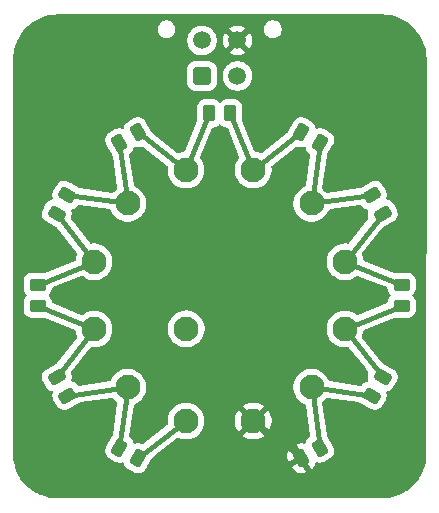
<source format=gbr>
%TF.GenerationSoftware,KiCad,Pcbnew,9.0.4*%
%TF.CreationDate,2026-01-01T20:18:17+00:00*%
%TF.ProjectId,rotary-switch,726f7461-7279-42d7-9377-697463682e6b,rev?*%
%TF.SameCoordinates,Original*%
%TF.FileFunction,Copper,L1,Top*%
%TF.FilePolarity,Positive*%
%FSLAX46Y46*%
G04 Gerber Fmt 4.6, Leading zero omitted, Abs format (unit mm)*
G04 Created by KiCad (PCBNEW 9.0.4) date 2026-01-01 20:18:17*
%MOMM*%
%LPD*%
G01*
G04 APERTURE LIST*
G04 Aperture macros list*
%AMRoundRect*
0 Rectangle with rounded corners*
0 $1 Rounding radius*
0 $2 $3 $4 $5 $6 $7 $8 $9 X,Y pos of 4 corners*
0 Add a 4 corners polygon primitive as box body*
4,1,4,$2,$3,$4,$5,$6,$7,$8,$9,$2,$3,0*
0 Add four circle primitives for the rounded corners*
1,1,$1+$1,$2,$3*
1,1,$1+$1,$4,$5*
1,1,$1+$1,$6,$7*
1,1,$1+$1,$8,$9*
0 Add four rect primitives between the rounded corners*
20,1,$1+$1,$2,$3,$4,$5,0*
20,1,$1+$1,$4,$5,$6,$7,0*
20,1,$1+$1,$6,$7,$8,$9,0*
20,1,$1+$1,$8,$9,$2,$3,0*%
G04 Aperture macros list end*
%TA.AperFunction,ComponentPad*%
%ADD10C,1.500000*%
%TD*%
%TA.AperFunction,ComponentPad*%
%ADD11RoundRect,0.250001X-0.499999X-0.499999X0.499999X-0.499999X0.499999X0.499999X-0.499999X0.499999X0*%
%TD*%
%TA.AperFunction,ComponentPad*%
%ADD12C,5.600000*%
%TD*%
%TA.AperFunction,SMDPad,CuDef*%
%ADD13RoundRect,0.250000X0.002332X0.520961X-0.452332X0.258461X-0.002332X-0.520961X0.452332X-0.258461X0*%
%TD*%
%TA.AperFunction,SMDPad,CuDef*%
%ADD14RoundRect,0.250000X-0.258461X0.452332X-0.520961X-0.002332X0.258461X-0.452332X0.520961X0.002332X0*%
%TD*%
%TA.AperFunction,SMDPad,CuDef*%
%ADD15RoundRect,0.250000X-0.450000X0.262500X-0.450000X-0.262500X0.450000X-0.262500X0.450000X0.262500X0*%
%TD*%
%TA.AperFunction,SMDPad,CuDef*%
%ADD16RoundRect,0.250000X-0.520961X0.002332X-0.258461X-0.452332X0.520961X-0.002332X0.258461X0.452332X0*%
%TD*%
%TA.AperFunction,SMDPad,CuDef*%
%ADD17RoundRect,0.250000X-0.452332X-0.258461X0.002332X-0.520961X0.452332X0.258461X-0.002332X0.520961X0*%
%TD*%
%TA.AperFunction,SMDPad,CuDef*%
%ADD18RoundRect,0.250000X-0.262500X-0.450000X0.262500X-0.450000X0.262500X0.450000X-0.262500X0.450000X0*%
%TD*%
%TA.AperFunction,SMDPad,CuDef*%
%ADD19RoundRect,0.250000X-0.002332X-0.520961X0.452332X-0.258461X0.002332X0.520961X-0.452332X0.258461X0*%
%TD*%
%TA.AperFunction,SMDPad,CuDef*%
%ADD20RoundRect,0.250000X0.258461X-0.452332X0.520961X0.002332X-0.258461X0.452332X-0.520961X-0.002332X0*%
%TD*%
%TA.AperFunction,SMDPad,CuDef*%
%ADD21RoundRect,0.250000X0.450000X-0.262500X0.450000X0.262500X-0.450000X0.262500X-0.450000X-0.262500X0*%
%TD*%
%TA.AperFunction,SMDPad,CuDef*%
%ADD22RoundRect,0.250000X0.520961X-0.002332X0.258461X0.452332X-0.520961X0.002332X-0.258461X-0.452332X0*%
%TD*%
%TA.AperFunction,SMDPad,CuDef*%
%ADD23RoundRect,0.250000X0.452332X0.258461X-0.002332X0.520961X-0.452332X-0.258461X0.002332X-0.520961X0*%
%TD*%
%TA.AperFunction,ComponentPad*%
%ADD24C,2.100000*%
%TD*%
%TA.AperFunction,Conductor*%
%ADD25C,0.400000*%
%TD*%
G04 APERTURE END LIST*
D10*
%TO.P,J1,4,Pin_4*%
%TO.N,GND*%
X112694001Y-35670002D03*
%TO.P,J1,3,Pin_3*%
%TO.N,unconnected-(J1-Pin_3-Pad3)*%
X109694007Y-35669994D03*
%TO.P,J1,2,Pin_2*%
%TO.N,/Output*%
X112694003Y-38670010D03*
D11*
%TO.P,J1,1,Pin_1*%
%TO.N,+12V*%
X109693997Y-38670000D03*
%TD*%
D12*
%TO.P,H3,1,1*%
%TO.N,GND*%
X97517220Y-70632780D03*
%TD*%
%TO.P,H4,1,1*%
%TO.N,GND*%
X124892220Y-70632780D03*
%TD*%
%TO.P,H2,1,1*%
%TO.N,GND*%
X124917220Y-37257780D03*
%TD*%
%TO.P,H1,1,1*%
%TO.N,GND*%
X97517220Y-37257780D03*
%TD*%
D13*
%TO.P,R11,1*%
%TO.N,Net-(R10-Pad2)*%
X119687246Y-70135737D03*
%TO.P,R11,2*%
%TO.N,GND*%
X118106750Y-71048239D03*
%TD*%
D14*
%TO.P,R10,1*%
%TO.N,Net-(R10-Pad1)*%
X124992235Y-64162755D03*
%TO.P,R10,2*%
%TO.N,Net-(R10-Pad2)*%
X124079737Y-65743249D03*
%TD*%
D15*
%TO.P,R9,1*%
%TO.N,Net-(R8-Pad2)*%
X126599998Y-56337506D03*
%TO.P,R9,2*%
%TO.N,Net-(R10-Pad1)*%
X126600002Y-58162494D03*
%TD*%
D16*
%TO.P,R8,1*%
%TO.N,Net-(R7-Pad2)*%
X124079735Y-48756754D03*
%TO.P,R8,2*%
%TO.N,Net-(R8-Pad2)*%
X124992241Y-50337248D03*
%TD*%
D17*
%TO.P,R7,1*%
%TO.N,Net-(R6-Pad2)*%
X118106750Y-43451765D03*
%TO.P,R7,2*%
%TO.N,Net-(R7-Pad2)*%
X119687250Y-44364261D03*
%TD*%
D18*
%TO.P,R6,1*%
%TO.N,Net-(R5-Pad2)*%
X110281505Y-41843999D03*
%TO.P,R6,2*%
%TO.N,Net-(R6-Pad2)*%
X112106507Y-41843999D03*
%TD*%
D19*
%TO.P,R5,1*%
%TO.N,Net-(R4-Pad2)*%
X102700758Y-44364258D03*
%TO.P,R5,2*%
%TO.N,Net-(R5-Pad2)*%
X104281252Y-43451758D03*
%TD*%
D20*
%TO.P,R4,1*%
%TO.N,Net-(R3-Pad2)*%
X97395765Y-50337240D03*
%TO.P,R4,2*%
%TO.N,Net-(R4-Pad2)*%
X98308263Y-48756746D03*
%TD*%
D21*
%TO.P,R3,1*%
%TO.N,Net-(R2-Pad2)*%
X95787999Y-58162494D03*
%TO.P,R3,2*%
%TO.N,Net-(R3-Pad2)*%
X95787997Y-56337494D03*
%TD*%
D22*
%TO.P,R2,1*%
%TO.N,Net-(R1-Pad2)*%
X98308261Y-65743249D03*
%TO.P,R2,2*%
%TO.N,Net-(R2-Pad2)*%
X97395759Y-64162755D03*
%TD*%
D23*
%TO.P,R1,1*%
%TO.N,Net-(D1-K)*%
X104281248Y-71048236D03*
%TO.P,R1,2*%
%TO.N,Net-(R1-Pad2)*%
X102700752Y-70135738D03*
%TD*%
D24*
%TO.P,SW1,1,1*%
%TO.N,Net-(D1-K)*%
X108347000Y-67875000D03*
%TO.P,SW1,2,2*%
%TO.N,Net-(R1-Pad2)*%
X103416000Y-65028000D03*
%TO.P,SW1,3,3*%
%TO.N,Net-(R2-Pad2)*%
X100569000Y-60097000D03*
%TO.P,SW1,4,4*%
%TO.N,Net-(R3-Pad2)*%
X100569000Y-54403000D03*
%TO.P,SW1,5,5*%
%TO.N,Net-(R4-Pad2)*%
X103416000Y-49472000D03*
%TO.P,SW1,6,6*%
%TO.N,Net-(R5-Pad2)*%
X108347000Y-46625000D03*
%TO.P,SW1,7,7*%
%TO.N,Net-(R6-Pad2)*%
X114041000Y-46625000D03*
%TO.P,SW1,8,8*%
%TO.N,Net-(R7-Pad2)*%
X118972000Y-49472000D03*
%TO.P,SW1,9,9*%
%TO.N,Net-(R8-Pad2)*%
X121819000Y-54403000D03*
%TO.P,SW1,10,10*%
%TO.N,Net-(R10-Pad1)*%
X121819000Y-60097000D03*
%TO.P,SW1,11,11*%
%TO.N,Net-(R10-Pad2)*%
X118972000Y-65028000D03*
%TO.P,SW1,12,12*%
%TO.N,GND*%
X114041000Y-67875000D03*
%TO.P,SW1,13,13*%
%TO.N,Net-(R12-Pad1)*%
X108366000Y-60078000D03*
%TD*%
D25*
%TO.N,Net-(R6-Pad2)*%
X112106507Y-41843999D02*
X114041000Y-46625000D01*
%TO.N,Net-(R5-Pad2)*%
X108347000Y-46625000D02*
X110281505Y-41843999D01*
%TO.N,+12V*%
X109693997Y-38670000D02*
X109510014Y-38670000D01*
%TO.N,/Output*%
X112701524Y-38662489D02*
X112694003Y-38670010D01*
%TO.N,GND*%
X114067124Y-67863382D02*
X118132876Y-71036618D01*
%TO.N,Net-(D1-K)*%
X104357022Y-71124010D02*
X104281248Y-71048236D01*
X103999998Y-71329486D02*
X104281248Y-71048236D01*
%TO.N,Net-(R10-Pad2)*%
X119687246Y-70135737D02*
X118972000Y-65028000D01*
X124079737Y-65743249D02*
X118972000Y-65028000D01*
%TO.N,Net-(R10-Pad1)*%
X124992235Y-64162755D02*
X121819000Y-60097000D01*
X126600002Y-58162494D02*
X121819000Y-60097000D01*
%TO.N,Net-(R8-Pad2)*%
X126599998Y-56337506D02*
X121819000Y-54403000D01*
X124992241Y-50337248D02*
X121819000Y-54403000D01*
%TO.N,Net-(R7-Pad2)*%
X124079735Y-48756754D02*
X118972000Y-49472000D01*
X119687250Y-44364261D02*
X118972000Y-49472000D01*
%TO.N,Net-(R6-Pad2)*%
X118106750Y-43451765D02*
X114041000Y-46625000D01*
%TO.N,Net-(R5-Pad2)*%
X104281252Y-43451758D02*
X108347000Y-46625000D01*
%TO.N,Net-(R4-Pad2)*%
X102700758Y-44364258D02*
X103416000Y-49472000D01*
X98308263Y-48756746D02*
X103416000Y-49472000D01*
%TO.N,Net-(R3-Pad2)*%
X97395765Y-50337240D02*
X100569000Y-54403000D01*
X95787997Y-56337494D02*
X100569000Y-54403000D01*
%TO.N,Net-(R2-Pad2)*%
X95787999Y-58162494D02*
X100569000Y-60097000D01*
X97395759Y-64162755D02*
X100569000Y-60097000D01*
%TO.N,Net-(R1-Pad2)*%
X98308261Y-65743249D02*
X103416000Y-65028000D01*
X103416000Y-65028000D02*
X102700752Y-70135738D01*
%TO.N,Net-(D1-K)*%
X108347000Y-67875000D02*
X104281248Y-71048236D01*
%TD*%
%TA.AperFunction,Conductor*%
%TO.N,GND*%
G36*
X124920250Y-33458428D02*
G01*
X125283552Y-33476278D01*
X125295660Y-33477471D01*
X125652436Y-33530395D01*
X125664372Y-33532769D01*
X126014264Y-33620413D01*
X126025877Y-33623937D01*
X126365495Y-33745455D01*
X126376723Y-33750107D01*
X126702784Y-33904324D01*
X126713513Y-33910058D01*
X126957095Y-34056056D01*
X127022874Y-34095482D01*
X127032992Y-34102242D01*
X127322703Y-34317107D01*
X127332109Y-34324827D01*
X127599359Y-34567049D01*
X127607950Y-34575640D01*
X127698937Y-34676028D01*
X127850172Y-34842890D01*
X127857892Y-34852296D01*
X128072757Y-35142007D01*
X128079517Y-35152125D01*
X128264939Y-35461483D01*
X128270675Y-35472215D01*
X128424892Y-35798276D01*
X128429547Y-35809514D01*
X128506133Y-36023555D01*
X128551057Y-36149106D01*
X128554590Y-36160751D01*
X128642230Y-36510628D01*
X128644604Y-36522563D01*
X128697528Y-36879339D01*
X128698721Y-36891449D01*
X128716569Y-37254716D01*
X128716718Y-37260859D01*
X128701193Y-70568129D01*
X128701189Y-70576218D01*
X128701161Y-70576326D01*
X128701161Y-70639114D01*
X128701161Y-70639210D01*
X128701159Y-70639215D01*
X128701012Y-70645239D01*
X128683162Y-71008548D01*
X128681969Y-71020658D01*
X128629044Y-71377432D01*
X128626670Y-71389367D01*
X128539030Y-71739241D01*
X128535497Y-71750886D01*
X128413988Y-72090475D01*
X128409331Y-72101718D01*
X128255118Y-72427768D01*
X128249382Y-72438499D01*
X128063953Y-72747864D01*
X128057192Y-72757982D01*
X127842337Y-73047677D01*
X127834617Y-73057084D01*
X127592397Y-73324329D01*
X127583800Y-73332926D01*
X127325141Y-73567359D01*
X127316544Y-73575151D01*
X127307137Y-73582870D01*
X127017440Y-73797720D01*
X127007322Y-73804481D01*
X126697950Y-73989908D01*
X126687218Y-73995644D01*
X126361170Y-74149850D01*
X126349927Y-74154507D01*
X126010327Y-74276015D01*
X125998683Y-74279547D01*
X125648817Y-74367181D01*
X125636881Y-74369555D01*
X125280108Y-74422474D01*
X125267998Y-74423667D01*
X124903483Y-74441571D01*
X124897402Y-74441720D01*
X124865824Y-74441720D01*
X124835773Y-74441720D01*
X124835769Y-74441720D01*
X124828165Y-74441721D01*
X124828164Y-74441720D01*
X124828163Y-74441721D01*
X97485833Y-74441721D01*
X97479748Y-74441572D01*
X97116448Y-74423722D01*
X97104338Y-74422529D01*
X96747563Y-74369605D01*
X96735628Y-74367231D01*
X96385750Y-74279591D01*
X96374108Y-74276059D01*
X96034515Y-74154548D01*
X96023280Y-74149895D01*
X95860245Y-74072785D01*
X95697214Y-73995677D01*
X95686482Y-73989940D01*
X95377124Y-73804518D01*
X95367006Y-73797758D01*
X95077296Y-73582893D01*
X95067890Y-73575173D01*
X95025264Y-73536539D01*
X94800638Y-73332950D01*
X94792049Y-73324361D01*
X94549826Y-73057109D01*
X94542106Y-73047703D01*
X94327241Y-72757993D01*
X94320481Y-72747875D01*
X94320474Y-72747864D01*
X94135057Y-72438514D01*
X94129322Y-72427785D01*
X94129314Y-72427768D01*
X93975099Y-72101709D01*
X93970454Y-72090495D01*
X93848936Y-71750878D01*
X93845412Y-71739265D01*
X93757767Y-71389367D01*
X93755394Y-71377436D01*
X93717461Y-71121719D01*
X93702470Y-71020658D01*
X93701277Y-71008551D01*
X93698826Y-70958657D01*
X93683430Y-70645318D01*
X93683282Y-70639114D01*
X93683422Y-70503709D01*
X93698359Y-56024977D01*
X94587497Y-56024977D01*
X94587497Y-56649995D01*
X94587498Y-56650013D01*
X94597997Y-56752790D01*
X94597998Y-56752793D01*
X94653182Y-56919325D01*
X94653184Y-56919330D01*
X94745286Y-57068651D01*
X94838949Y-57162314D01*
X94872434Y-57223637D01*
X94867450Y-57293329D01*
X94838949Y-57337676D01*
X94745288Y-57431336D01*
X94653186Y-57580657D01*
X94653185Y-57580660D01*
X94598000Y-57747197D01*
X94598000Y-57747198D01*
X94597999Y-57747198D01*
X94587499Y-57849977D01*
X94587499Y-58474995D01*
X94587500Y-58475013D01*
X94597999Y-58577790D01*
X94598000Y-58577793D01*
X94653184Y-58744325D01*
X94653185Y-58744328D01*
X94745287Y-58893650D01*
X94869343Y-59017706D01*
X95018665Y-59109808D01*
X95185202Y-59164993D01*
X95287990Y-59175494D01*
X96288007Y-59175493D01*
X96365967Y-59167529D01*
X96425076Y-59175939D01*
X98954567Y-60199431D01*
X99009328Y-60242824D01*
X99030529Y-60294979D01*
X99056678Y-60460073D01*
X99132096Y-60692186D01*
X99133486Y-60695541D01*
X99140950Y-60765011D01*
X99116674Y-60819280D01*
X97440783Y-62966536D01*
X97393796Y-63003375D01*
X97322298Y-63035458D01*
X97322273Y-63035470D01*
X96456251Y-63535469D01*
X96456246Y-63535471D01*
X96372473Y-63595963D01*
X96372467Y-63595968D01*
X96255840Y-63727021D01*
X96172575Y-63881444D01*
X96127165Y-64050912D01*
X96122063Y-64226281D01*
X96157541Y-64398097D01*
X96199835Y-64492351D01*
X96199844Y-64492370D01*
X96512343Y-65033632D01*
X96512345Y-65033637D01*
X96512349Y-65033643D01*
X96512350Y-65033644D01*
X96572838Y-65117412D01*
X96703898Y-65234045D01*
X96858322Y-65317311D01*
X96986269Y-65351593D01*
X97045929Y-65387957D01*
X97076459Y-65450804D01*
X97073951Y-65503462D01*
X97039667Y-65631406D01*
X97034565Y-65806775D01*
X97070043Y-65978591D01*
X97112337Y-66072845D01*
X97112346Y-66072864D01*
X97424845Y-66614126D01*
X97424847Y-66614131D01*
X97424851Y-66614137D01*
X97424852Y-66614138D01*
X97485340Y-66697906D01*
X97616400Y-66814539D01*
X97770824Y-66897805D01*
X97770826Y-66897805D01*
X97770827Y-66897806D01*
X97826921Y-66912836D01*
X97940288Y-66943212D01*
X98115655Y-66948314D01*
X98115655Y-66948313D01*
X98115657Y-66948314D01*
X98165872Y-66937944D01*
X98287473Y-66912837D01*
X98381741Y-66870537D01*
X99247780Y-66370528D01*
X99311339Y-66324631D01*
X99366730Y-66302362D01*
X102069165Y-65923934D01*
X102138284Y-65934132D01*
X102186677Y-65973851D01*
X102233339Y-66038076D01*
X102233343Y-66038081D01*
X102233345Y-66038083D01*
X102405917Y-66210655D01*
X102470149Y-66257322D01*
X102512813Y-66312651D01*
X102520064Y-66374835D01*
X102141637Y-69077267D01*
X102119366Y-69132663D01*
X102073468Y-69196224D01*
X102073466Y-69196228D01*
X101573467Y-70062254D01*
X101573457Y-70062274D01*
X101531164Y-70156525D01*
X101495686Y-70328341D01*
X101500788Y-70503710D01*
X101546194Y-70673171D01*
X101629463Y-70827602D01*
X101746089Y-70958654D01*
X101746093Y-70958658D01*
X101807791Y-71003210D01*
X101829861Y-71019147D01*
X102371142Y-71331655D01*
X102465410Y-71373956D01*
X102637228Y-71409433D01*
X102812596Y-71404331D01*
X102940543Y-71370047D01*
X103010390Y-71371710D01*
X103068253Y-71410872D01*
X103092410Y-71457729D01*
X103126690Y-71585669D01*
X103209959Y-71740100D01*
X103326585Y-71871152D01*
X103326589Y-71871156D01*
X103409777Y-71931226D01*
X103410357Y-71931645D01*
X103951638Y-72244153D01*
X104045906Y-72286454D01*
X104217724Y-72321931D01*
X104393092Y-72316829D01*
X104562555Y-72271421D01*
X104716979Y-72188156D01*
X104848039Y-72071523D01*
X104848040Y-72071521D01*
X104848041Y-72071521D01*
X104875522Y-72033462D01*
X104908527Y-71987756D01*
X105012953Y-71806883D01*
X105033675Y-71770993D01*
X117354899Y-71770993D01*
X117354899Y-71770994D01*
X117479882Y-71987470D01*
X117479884Y-71987475D01*
X117540336Y-72071193D01*
X117671307Y-72187746D01*
X117825633Y-72270958D01*
X117994979Y-72316334D01*
X118170232Y-72321433D01*
X118341931Y-72285979D01*
X118436130Y-72243710D01*
X118436135Y-72243708D01*
X118490242Y-72212468D01*
X118015243Y-71389744D01*
X118015242Y-71389744D01*
X117354899Y-71770993D01*
X105033675Y-71770993D01*
X105059356Y-71726513D01*
X105214613Y-71457599D01*
X105408535Y-71121716D01*
X105440628Y-71050197D01*
X105477465Y-71003211D01*
X105666605Y-70855591D01*
X116902185Y-70855591D01*
X116937639Y-71027292D01*
X116979909Y-71121492D01*
X116979915Y-71121504D01*
X117104898Y-71337981D01*
X117104899Y-71337981D01*
X117765243Y-70956732D01*
X117765243Y-70956731D01*
X117290244Y-70134008D01*
X117290244Y-70134007D01*
X117236137Y-70165247D01*
X117236133Y-70165250D01*
X117152430Y-70225692D01*
X117152426Y-70225695D01*
X117035872Y-70356666D01*
X116952660Y-70510992D01*
X116907284Y-70680338D01*
X116902185Y-70855591D01*
X105666605Y-70855591D01*
X107624719Y-69327323D01*
X107689678Y-69301595D01*
X107748471Y-69310518D01*
X107751801Y-69311897D01*
X107751815Y-69311904D01*
X107983924Y-69387321D01*
X108224973Y-69425500D01*
X108224974Y-69425500D01*
X108469026Y-69425500D01*
X108469027Y-69425500D01*
X108710076Y-69387321D01*
X108942185Y-69311904D01*
X109159639Y-69201106D01*
X109357083Y-69057655D01*
X109529655Y-68885083D01*
X109673106Y-68687639D01*
X109783904Y-68470185D01*
X109859321Y-68238076D01*
X109897500Y-67997027D01*
X109897500Y-67753006D01*
X112491000Y-67753006D01*
X112491000Y-67996993D01*
X112529165Y-68237959D01*
X112604560Y-68469998D01*
X112715323Y-68687380D01*
X112782543Y-68779901D01*
X112782544Y-68779902D01*
X113401690Y-68160756D01*
X113420668Y-68206574D01*
X113497274Y-68321224D01*
X113594776Y-68418726D01*
X113709426Y-68495332D01*
X113755242Y-68514309D01*
X113136096Y-69133454D01*
X113136097Y-69133456D01*
X113228619Y-69200676D01*
X113446001Y-69311439D01*
X113678040Y-69386834D01*
X113919007Y-69425000D01*
X114162993Y-69425000D01*
X114403959Y-69386834D01*
X114635998Y-69311439D01*
X114853377Y-69200678D01*
X114945901Y-69133454D01*
X114945902Y-69133454D01*
X114326757Y-68514309D01*
X114372574Y-68495332D01*
X114487224Y-68418726D01*
X114584726Y-68321224D01*
X114661332Y-68206574D01*
X114680309Y-68160757D01*
X115299454Y-68779902D01*
X115299454Y-68779901D01*
X115366678Y-68687377D01*
X115477439Y-68469998D01*
X115552834Y-68237959D01*
X115591000Y-67996993D01*
X115591000Y-67753006D01*
X115552834Y-67512040D01*
X115477439Y-67280001D01*
X115366676Y-67062619D01*
X115299456Y-66970097D01*
X115299454Y-66970096D01*
X114680309Y-67589241D01*
X114661332Y-67543426D01*
X114584726Y-67428776D01*
X114487224Y-67331274D01*
X114372574Y-67254668D01*
X114326756Y-67235689D01*
X114945902Y-66616544D01*
X114945901Y-66616543D01*
X114853380Y-66549323D01*
X114635998Y-66438560D01*
X114403959Y-66363165D01*
X114162993Y-66325000D01*
X113919007Y-66325000D01*
X113678040Y-66363165D01*
X113446001Y-66438560D01*
X113228626Y-66549319D01*
X113136097Y-66616544D01*
X113755243Y-67235689D01*
X113709426Y-67254668D01*
X113594776Y-67331274D01*
X113497274Y-67428776D01*
X113420668Y-67543426D01*
X113401690Y-67589243D01*
X112782544Y-66970097D01*
X112715319Y-67062626D01*
X112604560Y-67280001D01*
X112529165Y-67512040D01*
X112491000Y-67753006D01*
X109897500Y-67753006D01*
X109897500Y-67752973D01*
X109859321Y-67511924D01*
X109783904Y-67279815D01*
X109673106Y-67062361D01*
X109654779Y-67037136D01*
X109529660Y-66864923D01*
X109529656Y-66864918D01*
X109357081Y-66692343D01*
X109357076Y-66692339D01*
X109159642Y-66548896D01*
X109159641Y-66548895D01*
X109159639Y-66548894D01*
X108942185Y-66438096D01*
X108710076Y-66362679D01*
X108710074Y-66362678D01*
X108710072Y-66362678D01*
X108541769Y-66336021D01*
X108469027Y-66324500D01*
X108224973Y-66324500D01*
X108169093Y-66333350D01*
X107983927Y-66362678D01*
X107751812Y-66438097D01*
X107534357Y-66548896D01*
X107336923Y-66692339D01*
X107336918Y-66692343D01*
X107164343Y-66864918D01*
X107164339Y-66864923D01*
X107020896Y-67062357D01*
X106910097Y-67279812D01*
X106834678Y-67511927D01*
X106796500Y-67752973D01*
X106796500Y-67997033D01*
X106813188Y-68102400D01*
X106804233Y-68171693D01*
X106767008Y-68219549D01*
X104710482Y-69824627D01*
X104645522Y-69850356D01*
X104583424Y-69840007D01*
X104516594Y-69810019D01*
X104516591Y-69810018D01*
X104344772Y-69774540D01*
X104169403Y-69779642D01*
X104041457Y-69813926D01*
X103971607Y-69812263D01*
X103913745Y-69773100D01*
X103889589Y-69726243D01*
X103855309Y-69598305D01*
X103855308Y-69598301D01*
X103772042Y-69443877D01*
X103772040Y-69443873D01*
X103655414Y-69312821D01*
X103655411Y-69312819D01*
X103655410Y-69312818D01*
X103655409Y-69312817D01*
X103596019Y-69269931D01*
X103553193Y-69214726D01*
X103545811Y-69152208D01*
X103907125Y-66571996D01*
X103935916Y-66508337D01*
X103991608Y-66471264D01*
X104011185Y-66464904D01*
X104228639Y-66354106D01*
X104426083Y-66210655D01*
X104598655Y-66038083D01*
X104742106Y-65840639D01*
X104852904Y-65623185D01*
X104928321Y-65391076D01*
X104966500Y-65150027D01*
X104966500Y-64905973D01*
X104928321Y-64664924D01*
X104852904Y-64432815D01*
X104742106Y-64215361D01*
X104657731Y-64099228D01*
X104598660Y-64017923D01*
X104598656Y-64017918D01*
X104426081Y-63845343D01*
X104426076Y-63845339D01*
X104228642Y-63701896D01*
X104228641Y-63701895D01*
X104228639Y-63701894D01*
X104011185Y-63591096D01*
X103779076Y-63515679D01*
X103779074Y-63515678D01*
X103779072Y-63515678D01*
X103610769Y-63489021D01*
X103538027Y-63477500D01*
X103293973Y-63477500D01*
X103238093Y-63486350D01*
X103052927Y-63515678D01*
X102820812Y-63591097D01*
X102603357Y-63701896D01*
X102405923Y-63845339D01*
X102405918Y-63845343D01*
X102233343Y-64017918D01*
X102233339Y-64017923D01*
X102089896Y-64215357D01*
X101979096Y-64432813D01*
X101972734Y-64452394D01*
X101933295Y-64510069D01*
X101872000Y-64536875D01*
X99291791Y-64898188D01*
X99222670Y-64887990D01*
X99174065Y-64847979D01*
X99131184Y-64788595D01*
X99131181Y-64788591D01*
X99000122Y-64671959D01*
X98845694Y-64588691D01*
X98717750Y-64554410D01*
X98658089Y-64518045D01*
X98627560Y-64455199D01*
X98630069Y-64402542D01*
X98664352Y-64274599D01*
X98669454Y-64099231D01*
X98669453Y-64099230D01*
X98669454Y-64099228D01*
X98653900Y-64023904D01*
X98633977Y-63927413D01*
X98603985Y-63860576D01*
X98594499Y-63791356D01*
X98619367Y-63733520D01*
X100224451Y-61676987D01*
X100281213Y-61636252D01*
X100341594Y-61630809D01*
X100446973Y-61647500D01*
X100446975Y-61647500D01*
X100691026Y-61647500D01*
X100691027Y-61647500D01*
X100932076Y-61609321D01*
X101164185Y-61533904D01*
X101381639Y-61423106D01*
X101579083Y-61279655D01*
X101751655Y-61107083D01*
X101895106Y-60909639D01*
X102005904Y-60692185D01*
X102081321Y-60460076D01*
X102119500Y-60219027D01*
X102119500Y-59974973D01*
X102116491Y-59955973D01*
X106815500Y-59955973D01*
X106815500Y-60200027D01*
X106853679Y-60441076D01*
X106929096Y-60673185D01*
X107003535Y-60819281D01*
X107039896Y-60890642D01*
X107183339Y-61088076D01*
X107183343Y-61088081D01*
X107355918Y-61260656D01*
X107355923Y-61260660D01*
X107528136Y-61385779D01*
X107553361Y-61404106D01*
X107770815Y-61514904D01*
X108002924Y-61590321D01*
X108243973Y-61628500D01*
X108243974Y-61628500D01*
X108488026Y-61628500D01*
X108488027Y-61628500D01*
X108729076Y-61590321D01*
X108961185Y-61514904D01*
X109178639Y-61404106D01*
X109376083Y-61260655D01*
X109548655Y-61088083D01*
X109692106Y-60890639D01*
X109802904Y-60673185D01*
X109878321Y-60441076D01*
X109916500Y-60200027D01*
X109916500Y-59955973D01*
X109878321Y-59714924D01*
X109802904Y-59482815D01*
X109692106Y-59265361D01*
X109626814Y-59175494D01*
X109548660Y-59067923D01*
X109548656Y-59067918D01*
X109376081Y-58895343D01*
X109376076Y-58895339D01*
X109178642Y-58751896D01*
X109178641Y-58751895D01*
X109178639Y-58751894D01*
X108961185Y-58641096D01*
X108729076Y-58565679D01*
X108729074Y-58565678D01*
X108729072Y-58565678D01*
X108560769Y-58539021D01*
X108488027Y-58527500D01*
X108243973Y-58527500D01*
X108188093Y-58536350D01*
X108002927Y-58565678D01*
X107770812Y-58641097D01*
X107553357Y-58751896D01*
X107355923Y-58895339D01*
X107355918Y-58895343D01*
X107183343Y-59067918D01*
X107183339Y-59067923D01*
X107039896Y-59265357D01*
X106929097Y-59482812D01*
X106929096Y-59482814D01*
X106929096Y-59482815D01*
X106922923Y-59501815D01*
X106853678Y-59714927D01*
X106850669Y-59733927D01*
X106815500Y-59955973D01*
X102116491Y-59955973D01*
X102081321Y-59733924D01*
X102005904Y-59501815D01*
X101895106Y-59284361D01*
X101816009Y-59175493D01*
X101751660Y-59086923D01*
X101751656Y-59086918D01*
X101579081Y-58914343D01*
X101579076Y-58914339D01*
X101381642Y-58770896D01*
X101381641Y-58770895D01*
X101381639Y-58770894D01*
X101164185Y-58660096D01*
X100932076Y-58584679D01*
X100932074Y-58584678D01*
X100932072Y-58584678D01*
X100763769Y-58558021D01*
X100691027Y-58546500D01*
X100446973Y-58546500D01*
X100391093Y-58555350D01*
X100205927Y-58584678D01*
X99973812Y-58660097D01*
X99756357Y-58770896D01*
X99598397Y-58885660D01*
X99532591Y-58909140D01*
X99479002Y-58900289D01*
X97062291Y-57922431D01*
X97007529Y-57879038D01*
X96985443Y-57820084D01*
X96977998Y-57747197D01*
X96977997Y-57747194D01*
X96922813Y-57580660D01*
X96830711Y-57431338D01*
X96737047Y-57337674D01*
X96703562Y-57276351D01*
X96708546Y-57206659D01*
X96737047Y-57162312D01*
X96830709Y-57068650D01*
X96922811Y-56919328D01*
X96977996Y-56752791D01*
X96985442Y-56679900D01*
X97011838Y-56615210D01*
X97062288Y-56577557D01*
X99478997Y-55599706D01*
X99548524Y-55592809D01*
X99598391Y-55614336D01*
X99756356Y-55729103D01*
X99756358Y-55729104D01*
X99756361Y-55729106D01*
X99973815Y-55839904D01*
X100205924Y-55915321D01*
X100446973Y-55953500D01*
X100446974Y-55953500D01*
X100691026Y-55953500D01*
X100691027Y-55953500D01*
X100932076Y-55915321D01*
X101164185Y-55839904D01*
X101381639Y-55729106D01*
X101579083Y-55585655D01*
X101751655Y-55413083D01*
X101895106Y-55215639D01*
X102005904Y-54998185D01*
X102081321Y-54766076D01*
X102119500Y-54525027D01*
X102119500Y-54280973D01*
X102081321Y-54039924D01*
X102005904Y-53807815D01*
X101895106Y-53590361D01*
X101876779Y-53565136D01*
X101751660Y-53392923D01*
X101751656Y-53392918D01*
X101579081Y-53220343D01*
X101579076Y-53220339D01*
X101381642Y-53076896D01*
X101381641Y-53076895D01*
X101381639Y-53076894D01*
X101164185Y-52966096D01*
X100932076Y-52890679D01*
X100932074Y-52890678D01*
X100932072Y-52890678D01*
X100739850Y-52860233D01*
X100691027Y-52852500D01*
X100446973Y-52852500D01*
X100446966Y-52852500D01*
X100341600Y-52869188D01*
X100272307Y-52860233D01*
X100224451Y-52823008D01*
X98726733Y-50904033D01*
X98619371Y-50766474D01*
X98593643Y-50701515D01*
X98603991Y-50639418D01*
X98633983Y-50572582D01*
X98669458Y-50400774D01*
X98669460Y-50400766D01*
X98664358Y-50225398D01*
X98664358Y-50225396D01*
X98630074Y-50097448D01*
X98631737Y-50027603D01*
X98670899Y-49969740D01*
X98717754Y-49945584D01*
X98845700Y-49911302D01*
X99000124Y-49828036D01*
X99000125Y-49828035D01*
X99000127Y-49828034D01*
X99131179Y-49711408D01*
X99131181Y-49711406D01*
X99131181Y-49711405D01*
X99131184Y-49711403D01*
X99174068Y-49652014D01*
X99229272Y-49609189D01*
X99291790Y-49601807D01*
X101872000Y-49963122D01*
X101935661Y-49991914D01*
X101972733Y-50047603D01*
X101979096Y-50067186D01*
X101996787Y-50101906D01*
X102084328Y-50273716D01*
X102089896Y-50284642D01*
X102233339Y-50482076D01*
X102233343Y-50482081D01*
X102405918Y-50654656D01*
X102405923Y-50654660D01*
X102568779Y-50772981D01*
X102603361Y-50798106D01*
X102820815Y-50908904D01*
X103052924Y-50984321D01*
X103293973Y-51022500D01*
X103293974Y-51022500D01*
X103538026Y-51022500D01*
X103538027Y-51022500D01*
X103779076Y-50984321D01*
X104011185Y-50908904D01*
X104228639Y-50798106D01*
X104426083Y-50654655D01*
X104598655Y-50482083D01*
X104742106Y-50284639D01*
X104852904Y-50067185D01*
X104928321Y-49835076D01*
X104966500Y-49594027D01*
X104966500Y-49349973D01*
X104928321Y-49108924D01*
X104852904Y-48876815D01*
X104742106Y-48659361D01*
X104674179Y-48565867D01*
X104598660Y-48461923D01*
X104598656Y-48461918D01*
X104426081Y-48289343D01*
X104426076Y-48289339D01*
X104228642Y-48145896D01*
X104228641Y-48145895D01*
X104228639Y-48145894D01*
X104011185Y-48035096D01*
X103991604Y-48028733D01*
X103933931Y-47989294D01*
X103907127Y-47928002D01*
X103545817Y-45347787D01*
X103556015Y-45278668D01*
X103596026Y-45230063D01*
X103655415Y-45187179D01*
X103772048Y-45056119D01*
X103855314Y-44901695D01*
X103889596Y-44773747D01*
X103925960Y-44714089D01*
X103988807Y-44683559D01*
X104041463Y-44686067D01*
X104169408Y-44720351D01*
X104344776Y-44725453D01*
X104344776Y-44725452D01*
X104344778Y-44725453D01*
X104399813Y-44714089D01*
X104516594Y-44689976D01*
X104583425Y-44659986D01*
X104652648Y-44650500D01*
X104710484Y-44675368D01*
X106767010Y-46280447D01*
X106807747Y-46337211D01*
X106813190Y-46397596D01*
X106796500Y-46502973D01*
X106796500Y-46747026D01*
X106834678Y-46988072D01*
X106910097Y-47220187D01*
X107020896Y-47437642D01*
X107164339Y-47635076D01*
X107164343Y-47635081D01*
X107336918Y-47807656D01*
X107336923Y-47807660D01*
X107444550Y-47885855D01*
X107534361Y-47951106D01*
X107751815Y-48061904D01*
X107983924Y-48137321D01*
X108224973Y-48175500D01*
X108224974Y-48175500D01*
X108469026Y-48175500D01*
X108469027Y-48175500D01*
X108710076Y-48137321D01*
X108942185Y-48061904D01*
X109159639Y-47951106D01*
X109357083Y-47807655D01*
X109529655Y-47635083D01*
X109673106Y-47437639D01*
X109783904Y-47220185D01*
X109859321Y-46988076D01*
X109897500Y-46747027D01*
X109897500Y-46502973D01*
X109859321Y-46261924D01*
X109783904Y-46029815D01*
X109673106Y-45812361D01*
X109558337Y-45654394D01*
X109534857Y-45588588D01*
X109543707Y-45535003D01*
X110521567Y-43118289D01*
X110564959Y-43063529D01*
X110623910Y-43041443D01*
X110696802Y-43033998D01*
X110863339Y-42978813D01*
X111012661Y-42886711D01*
X111106325Y-42793047D01*
X111167648Y-42759562D01*
X111237340Y-42764546D01*
X111281687Y-42793047D01*
X111375351Y-42886711D01*
X111524673Y-42978813D01*
X111691210Y-43033998D01*
X111764097Y-43041444D01*
X111828789Y-43067840D01*
X111866442Y-43118292D01*
X112844292Y-45534998D01*
X112851190Y-45604526D01*
X112829663Y-45654393D01*
X112714896Y-45812357D01*
X112604097Y-46029812D01*
X112528678Y-46261927D01*
X112490500Y-46502973D01*
X112490500Y-46747026D01*
X112528678Y-46988072D01*
X112604097Y-47220187D01*
X112714896Y-47437642D01*
X112858339Y-47635076D01*
X112858343Y-47635081D01*
X113030918Y-47807656D01*
X113030923Y-47807660D01*
X113138550Y-47885855D01*
X113228361Y-47951106D01*
X113445815Y-48061904D01*
X113677924Y-48137321D01*
X113918973Y-48175500D01*
X113918974Y-48175500D01*
X114163026Y-48175500D01*
X114163027Y-48175500D01*
X114404076Y-48137321D01*
X114636185Y-48061904D01*
X114853639Y-47951106D01*
X115051083Y-47807655D01*
X115223655Y-47635083D01*
X115367106Y-47437639D01*
X115477904Y-47220185D01*
X115553321Y-46988076D01*
X115591500Y-46747027D01*
X115591500Y-46502973D01*
X115574810Y-46397596D01*
X115583764Y-46328306D01*
X115620990Y-46280449D01*
X115644722Y-46261927D01*
X117677518Y-44675370D01*
X117742475Y-44649643D01*
X117804571Y-44659991D01*
X117871408Y-44689983D01*
X118043226Y-44725460D01*
X118218594Y-44720358D01*
X118346545Y-44686073D01*
X118416393Y-44687736D01*
X118474255Y-44726898D01*
X118498412Y-44773755D01*
X118532692Y-44901694D01*
X118615961Y-45056125D01*
X118732587Y-45187177D01*
X118732591Y-45187181D01*
X118791980Y-45230066D01*
X118834806Y-45285271D01*
X118842188Y-45347791D01*
X118480875Y-47928000D01*
X118452083Y-47991662D01*
X118396394Y-48028734D01*
X118376813Y-48035096D01*
X118159357Y-48145896D01*
X117961923Y-48289339D01*
X117961918Y-48289343D01*
X117789343Y-48461918D01*
X117789339Y-48461923D01*
X117645896Y-48659357D01*
X117535097Y-48876812D01*
X117459678Y-49108927D01*
X117447996Y-49182684D01*
X117421500Y-49349973D01*
X117421500Y-49594027D01*
X117426823Y-49627637D01*
X117458563Y-49828034D01*
X117459679Y-49835076D01*
X117535096Y-50067185D01*
X117640328Y-50273716D01*
X117645896Y-50284642D01*
X117789339Y-50482076D01*
X117789343Y-50482081D01*
X117961918Y-50654656D01*
X117961923Y-50654660D01*
X118124779Y-50772981D01*
X118159361Y-50798106D01*
X118376815Y-50908904D01*
X118608924Y-50984321D01*
X118849973Y-51022500D01*
X118849974Y-51022500D01*
X119094026Y-51022500D01*
X119094027Y-51022500D01*
X119335076Y-50984321D01*
X119567185Y-50908904D01*
X119784639Y-50798106D01*
X119982083Y-50654655D01*
X120154655Y-50482083D01*
X120298106Y-50284639D01*
X120408904Y-50067185D01*
X120415263Y-50047611D01*
X120454697Y-49989936D01*
X120515996Y-49963124D01*
X123096205Y-49601813D01*
X123165325Y-49612011D01*
X123213929Y-49652022D01*
X123256814Y-49711411D01*
X123387874Y-49828044D01*
X123542298Y-49911310D01*
X123670247Y-49945593D01*
X123729908Y-49981957D01*
X123760438Y-50044804D01*
X123757930Y-50097461D01*
X123723647Y-50225403D01*
X123718545Y-50400774D01*
X123754021Y-50572580D01*
X123754023Y-50572590D01*
X123774646Y-50618550D01*
X123784012Y-50639421D01*
X123793499Y-50708644D01*
X123768632Y-50766480D01*
X122163551Y-52823010D01*
X122106786Y-52863747D01*
X122046401Y-52869189D01*
X121941027Y-52852500D01*
X121696973Y-52852500D01*
X121648150Y-52860233D01*
X121455927Y-52890678D01*
X121223812Y-52966097D01*
X121006357Y-53076896D01*
X120808923Y-53220339D01*
X120808918Y-53220343D01*
X120636343Y-53392918D01*
X120636339Y-53392923D01*
X120492896Y-53590357D01*
X120382097Y-53807812D01*
X120306678Y-54039927D01*
X120268500Y-54280973D01*
X120268500Y-54525026D01*
X120306678Y-54766072D01*
X120382097Y-54998187D01*
X120492896Y-55215642D01*
X120636339Y-55413076D01*
X120636343Y-55413081D01*
X120808918Y-55585656D01*
X120808923Y-55585660D01*
X120848397Y-55614339D01*
X121006361Y-55729106D01*
X121223815Y-55839904D01*
X121455924Y-55915321D01*
X121696973Y-55953500D01*
X121696974Y-55953500D01*
X121941026Y-55953500D01*
X121941027Y-55953500D01*
X122182076Y-55915321D01*
X122414185Y-55839904D01*
X122631639Y-55729106D01*
X122789603Y-55614339D01*
X122855409Y-55590859D01*
X122908998Y-55599710D01*
X123502616Y-55839902D01*
X125325706Y-56577568D01*
X125380467Y-56620960D01*
X125402553Y-56679913D01*
X125409998Y-56752802D01*
X125409999Y-56752805D01*
X125465179Y-56919325D01*
X125465184Y-56919340D01*
X125557279Y-57068651D01*
X125557287Y-57068663D01*
X125650945Y-57162321D01*
X125684430Y-57223644D01*
X125679446Y-57293336D01*
X125650945Y-57337683D01*
X125557291Y-57431336D01*
X125465189Y-57580657D01*
X125465187Y-57580662D01*
X125410003Y-57747198D01*
X125410002Y-57747199D01*
X125402556Y-57820088D01*
X125376160Y-57884780D01*
X125325708Y-57922432D01*
X122908999Y-58900290D01*
X122839471Y-58907188D01*
X122789604Y-58885661D01*
X122631642Y-58770896D01*
X122631641Y-58770895D01*
X122631639Y-58770894D01*
X122414185Y-58660096D01*
X122182076Y-58584679D01*
X122182074Y-58584678D01*
X122182072Y-58584678D01*
X122013769Y-58558021D01*
X121941027Y-58546500D01*
X121696973Y-58546500D01*
X121641093Y-58555350D01*
X121455927Y-58584678D01*
X121223812Y-58660097D01*
X121006357Y-58770896D01*
X120808923Y-58914339D01*
X120808918Y-58914343D01*
X120636343Y-59086918D01*
X120636339Y-59086923D01*
X120492896Y-59284357D01*
X120382097Y-59501812D01*
X120306678Y-59733927D01*
X120268500Y-59974973D01*
X120268500Y-60219026D01*
X120306678Y-60460072D01*
X120306678Y-60460074D01*
X120306679Y-60460076D01*
X120382096Y-60692185D01*
X120446854Y-60819281D01*
X120492896Y-60909642D01*
X120636339Y-61107076D01*
X120636343Y-61107081D01*
X120808918Y-61279656D01*
X120808923Y-61279660D01*
X120980206Y-61404103D01*
X121006361Y-61423106D01*
X121223815Y-61533904D01*
X121455924Y-61609321D01*
X121696973Y-61647500D01*
X121696974Y-61647500D01*
X121941025Y-61647500D01*
X121941027Y-61647500D01*
X122046398Y-61630810D01*
X122115691Y-61639764D01*
X122163548Y-61676990D01*
X123467337Y-63347488D01*
X123743943Y-63701894D01*
X123768627Y-63733520D01*
X123794356Y-63798480D01*
X123784007Y-63860578D01*
X123754018Y-63927408D01*
X123754017Y-63927411D01*
X123718539Y-64099228D01*
X123723641Y-64274597D01*
X123757925Y-64402542D01*
X123756262Y-64472392D01*
X123717100Y-64530255D01*
X123670243Y-64554411D01*
X123542303Y-64588691D01*
X123387872Y-64671960D01*
X123256820Y-64788586D01*
X123256820Y-64788587D01*
X123213931Y-64847980D01*
X123158725Y-64890805D01*
X123096206Y-64898187D01*
X120515999Y-64536875D01*
X120452337Y-64508084D01*
X120415264Y-64452390D01*
X120408903Y-64432813D01*
X120391214Y-64398097D01*
X120298106Y-64215361D01*
X120213731Y-64099228D01*
X120154660Y-64017923D01*
X120154656Y-64017918D01*
X119982081Y-63845343D01*
X119982076Y-63845339D01*
X119784642Y-63701896D01*
X119784641Y-63701895D01*
X119784639Y-63701894D01*
X119567185Y-63591096D01*
X119335076Y-63515679D01*
X119335074Y-63515678D01*
X119335072Y-63515678D01*
X119166769Y-63489021D01*
X119094027Y-63477500D01*
X118849973Y-63477500D01*
X118794093Y-63486350D01*
X118608927Y-63515678D01*
X118376812Y-63591097D01*
X118159357Y-63701896D01*
X117961923Y-63845339D01*
X117961918Y-63845343D01*
X117789343Y-64017918D01*
X117789339Y-64017923D01*
X117645896Y-64215357D01*
X117535097Y-64432812D01*
X117459678Y-64664927D01*
X117421500Y-64905973D01*
X117421500Y-65150026D01*
X117447995Y-65317311D01*
X117459679Y-65391076D01*
X117535096Y-65623185D01*
X117628639Y-65806775D01*
X117645896Y-65840642D01*
X117789339Y-66038076D01*
X117789343Y-66038081D01*
X117961918Y-66210656D01*
X117961923Y-66210660D01*
X118098709Y-66310040D01*
X118159361Y-66354106D01*
X118376815Y-66464904D01*
X118396387Y-66471263D01*
X118454064Y-66510699D01*
X118480874Y-66571999D01*
X118842185Y-69152206D01*
X118831987Y-69221327D01*
X118791977Y-69269931D01*
X118732594Y-69312811D01*
X118732588Y-69312816D01*
X118615956Y-69443875D01*
X118532688Y-69598303D01*
X118498278Y-69726729D01*
X118461913Y-69786390D01*
X118399066Y-69816919D01*
X118346410Y-69814411D01*
X118218520Y-69780143D01*
X118043267Y-69775044D01*
X117871567Y-69810498D01*
X117871564Y-69810499D01*
X117777374Y-69852765D01*
X117777352Y-69852776D01*
X117723255Y-69884007D01*
X117723255Y-69884008D01*
X118323256Y-70923239D01*
X118923254Y-71962468D01*
X118977367Y-71931226D01*
X119061065Y-71870788D01*
X119061073Y-71870782D01*
X119177627Y-71739811D01*
X119260839Y-71585485D01*
X119295106Y-71457599D01*
X119331471Y-71397938D01*
X119394317Y-71367409D01*
X119446971Y-71369916D01*
X119575402Y-71404330D01*
X119750770Y-71409432D01*
X119750770Y-71409431D01*
X119750772Y-71409432D01*
X119806436Y-71397938D01*
X119922588Y-71373955D01*
X120016855Y-71331655D01*
X120558135Y-71019146D01*
X120641903Y-70958658D01*
X120758536Y-70827598D01*
X120841802Y-70673174D01*
X120887209Y-70503710D01*
X120892311Y-70328343D01*
X120892311Y-70328341D01*
X120892311Y-70328340D01*
X120871116Y-70225695D01*
X120856834Y-70156525D01*
X120814534Y-70062257D01*
X120314525Y-69196218D01*
X120287257Y-69158455D01*
X120268631Y-69132660D01*
X120246360Y-69077266D01*
X119867933Y-66374833D01*
X119878131Y-66305715D01*
X119917849Y-66257322D01*
X119982083Y-66210655D01*
X120154655Y-66038083D01*
X120201321Y-65973850D01*
X120256649Y-65931186D01*
X120318832Y-65923934D01*
X123021265Y-66302362D01*
X123076660Y-66324634D01*
X123077167Y-66325000D01*
X123140217Y-66370528D01*
X123140223Y-66370531D01*
X123140227Y-66370534D01*
X123257248Y-66438096D01*
X124006257Y-66870536D01*
X124100525Y-66912837D01*
X124272343Y-66948314D01*
X124447710Y-66943212D01*
X124617174Y-66897805D01*
X124771598Y-66814539D01*
X124771599Y-66814538D01*
X124771601Y-66814537D01*
X124902653Y-66697911D01*
X124902657Y-66697907D01*
X124902659Y-66697904D01*
X124963146Y-66614140D01*
X125275654Y-66072859D01*
X125317955Y-65978591D01*
X125353432Y-65806773D01*
X125348330Y-65631405D01*
X125314046Y-65503457D01*
X125315709Y-65433612D01*
X125354871Y-65375749D01*
X125401726Y-65351593D01*
X125529672Y-65317311D01*
X125684096Y-65234045D01*
X125684097Y-65234044D01*
X125684099Y-65234043D01*
X125815151Y-65117417D01*
X125815155Y-65117413D01*
X125815157Y-65117410D01*
X125875644Y-65033646D01*
X126188152Y-64492365D01*
X126230453Y-64398097D01*
X126265930Y-64226279D01*
X126260828Y-64050911D01*
X126215420Y-63881448D01*
X126132155Y-63727024D01*
X126015522Y-63595964D01*
X126015521Y-63595963D01*
X126015520Y-63595961D01*
X125931761Y-63535480D01*
X125931744Y-63535469D01*
X125065718Y-63035470D01*
X125065715Y-63035468D01*
X125065705Y-63035463D01*
X125065698Y-63035460D01*
X124994196Y-63003375D01*
X124947210Y-62966536D01*
X123271323Y-60819279D01*
X123245595Y-60754321D01*
X123254520Y-60695523D01*
X123255893Y-60692204D01*
X123255904Y-60692185D01*
X123331321Y-60460076D01*
X123357470Y-60294979D01*
X123387398Y-60231847D01*
X123433428Y-60199434D01*
X125962928Y-59175939D01*
X126022033Y-59167529D01*
X126099993Y-59175494D01*
X127100010Y-59175493D01*
X127100018Y-59175492D01*
X127100021Y-59175492D01*
X127177973Y-59167529D01*
X127202799Y-59164993D01*
X127369336Y-59109808D01*
X127518658Y-59017706D01*
X127642714Y-58893650D01*
X127734816Y-58744328D01*
X127790001Y-58577791D01*
X127800502Y-58475003D01*
X127800501Y-57849986D01*
X127797446Y-57820084D01*
X127790001Y-57747197D01*
X127790000Y-57747194D01*
X127734816Y-57580660D01*
X127642714Y-57431338D01*
X127549055Y-57337679D01*
X127515570Y-57276356D01*
X127520554Y-57206664D01*
X127549055Y-57162317D01*
X127549060Y-57162312D01*
X127642710Y-57068662D01*
X127734812Y-56919340D01*
X127789997Y-56752803D01*
X127800498Y-56650015D01*
X127800497Y-56024998D01*
X127789997Y-55922209D01*
X127734812Y-55755672D01*
X127642710Y-55606350D01*
X127518654Y-55482294D01*
X127425886Y-55425075D01*
X127369334Y-55390193D01*
X127369329Y-55390191D01*
X127367860Y-55389704D01*
X127202795Y-55335007D01*
X127202793Y-55335006D01*
X127100008Y-55324506D01*
X126099996Y-55324506D01*
X126099973Y-55324508D01*
X126022031Y-55332469D01*
X125962922Y-55324058D01*
X123433432Y-54300567D01*
X123378670Y-54257174D01*
X123357469Y-54205020D01*
X123331321Y-54039924D01*
X123255904Y-53807815D01*
X123255898Y-53807804D01*
X123254516Y-53804465D01*
X123247047Y-53734996D01*
X123271323Y-53680721D01*
X124947214Y-51533466D01*
X124994197Y-51496630D01*
X125065721Y-51464536D01*
X125931760Y-50964527D01*
X126015528Y-50904039D01*
X126132161Y-50772979D01*
X126215426Y-50618555D01*
X126260834Y-50449092D01*
X126265936Y-50273724D01*
X126265935Y-50273723D01*
X126265936Y-50273721D01*
X126250382Y-50198397D01*
X126230459Y-50101906D01*
X126188159Y-50007639D01*
X126188151Y-50007626D01*
X126017128Y-49711406D01*
X125875655Y-49466368D01*
X125875654Y-49466365D01*
X125875650Y-49466359D01*
X125815162Y-49382591D01*
X125684102Y-49265958D01*
X125529678Y-49182692D01*
X125529677Y-49182691D01*
X125529674Y-49182690D01*
X125401727Y-49148408D01*
X125342066Y-49112043D01*
X125311537Y-49049196D01*
X125314044Y-48996543D01*
X125348328Y-48868598D01*
X125353430Y-48693230D01*
X125353429Y-48693229D01*
X125353430Y-48693227D01*
X125331370Y-48586392D01*
X125317953Y-48521412D01*
X125275653Y-48427145D01*
X125275645Y-48427132D01*
X125169149Y-48242676D01*
X124963149Y-47885874D01*
X124963148Y-47885871D01*
X124963144Y-47885865D01*
X124902656Y-47802097D01*
X124771596Y-47685464D01*
X124617172Y-47602198D01*
X124617171Y-47602197D01*
X124617168Y-47602196D01*
X124447707Y-47556790D01*
X124272338Y-47551688D01*
X124100522Y-47587166D01*
X124100520Y-47587166D01*
X124006273Y-47629457D01*
X124006249Y-47629469D01*
X123140227Y-48129468D01*
X123140222Y-48129470D01*
X123076662Y-48175367D01*
X123021266Y-48197638D01*
X120318836Y-48576065D01*
X120249715Y-48565867D01*
X120201321Y-48526148D01*
X120201320Y-48526147D01*
X120154655Y-48461917D01*
X119982083Y-48289345D01*
X119982082Y-48289344D01*
X119982081Y-48289343D01*
X119982076Y-48289339D01*
X119917851Y-48242677D01*
X119875185Y-48187347D01*
X119867934Y-48125166D01*
X120246363Y-45422731D01*
X120268633Y-45367339D01*
X120314529Y-45303781D01*
X120814537Y-44437741D01*
X120856838Y-44343473D01*
X120892315Y-44171655D01*
X120887213Y-43996288D01*
X120841806Y-43826824D01*
X120758540Y-43672400D01*
X120758538Y-43672396D01*
X120641912Y-43541344D01*
X120641908Y-43541340D01*
X120558140Y-43480851D01*
X120226877Y-43289597D01*
X120016860Y-43168344D01*
X120016850Y-43168339D01*
X120016843Y-43168336D01*
X119922592Y-43126043D01*
X119922593Y-43126043D01*
X119750774Y-43090565D01*
X119575405Y-43095667D01*
X119447455Y-43129952D01*
X119377605Y-43128289D01*
X119319743Y-43089126D01*
X119295587Y-43042270D01*
X119261306Y-42914328D01*
X119178040Y-42759904D01*
X119178038Y-42759900D01*
X119061412Y-42628848D01*
X119061408Y-42628844D01*
X118977640Y-42568355D01*
X118436363Y-42255850D01*
X118436360Y-42255848D01*
X118436350Y-42255843D01*
X118436343Y-42255840D01*
X118342092Y-42213547D01*
X118342093Y-42213547D01*
X118170274Y-42178069D01*
X117994907Y-42183171D01*
X117825439Y-42228581D01*
X117671019Y-42311845D01*
X117539958Y-42428478D01*
X117539956Y-42428479D01*
X117479475Y-42512238D01*
X117479464Y-42512255D01*
X116979465Y-43378281D01*
X116979455Y-43378301D01*
X116947371Y-43449801D01*
X116910532Y-43496787D01*
X114763280Y-45172674D01*
X114698320Y-45198403D01*
X114639541Y-45189486D01*
X114636186Y-45188096D01*
X114515439Y-45148863D01*
X114404076Y-45112679D01*
X114404074Y-45112678D01*
X114404072Y-45112678D01*
X114238984Y-45086530D01*
X114175849Y-45056600D01*
X114143436Y-45010569D01*
X113119952Y-42481079D01*
X113111542Y-42421968D01*
X113111543Y-42421964D01*
X113119507Y-42344008D01*
X113119506Y-41343991D01*
X113109006Y-41241202D01*
X113053821Y-41074665D01*
X112961719Y-40925343D01*
X112837663Y-40801287D01*
X112688341Y-40709185D01*
X112521804Y-40654000D01*
X112521802Y-40653999D01*
X112419017Y-40643499D01*
X111794005Y-40643499D01*
X111793987Y-40643500D01*
X111691210Y-40653999D01*
X111691207Y-40654000D01*
X111524675Y-40709184D01*
X111524670Y-40709186D01*
X111375349Y-40801288D01*
X111281687Y-40894951D01*
X111220364Y-40928436D01*
X111150672Y-40923452D01*
X111106325Y-40894951D01*
X111012662Y-40801288D01*
X111012661Y-40801287D01*
X110863339Y-40709185D01*
X110696802Y-40654000D01*
X110696800Y-40653999D01*
X110594015Y-40643499D01*
X109969003Y-40643499D01*
X109968985Y-40643500D01*
X109866208Y-40653999D01*
X109866205Y-40654000D01*
X109699673Y-40709184D01*
X109699668Y-40709186D01*
X109550347Y-40801288D01*
X109426294Y-40925341D01*
X109334192Y-41074662D01*
X109334191Y-41074665D01*
X109279006Y-41241202D01*
X109279006Y-41241203D01*
X109279005Y-41241203D01*
X109268505Y-41343982D01*
X109268505Y-42344000D01*
X109268506Y-42344018D01*
X109276469Y-42421964D01*
X109268058Y-42481075D01*
X108244566Y-45010566D01*
X108201173Y-45065328D01*
X108149018Y-45086529D01*
X107983926Y-45112678D01*
X107751816Y-45188095D01*
X107748466Y-45189483D01*
X107678997Y-45196952D01*
X107624720Y-45172673D01*
X105477472Y-43496784D01*
X105440633Y-43449798D01*
X105408550Y-43378301D01*
X105408540Y-43378278D01*
X104908536Y-42512248D01*
X104908535Y-42512245D01*
X104886032Y-42481081D01*
X104848043Y-42428471D01*
X104848039Y-42428468D01*
X104848038Y-42428466D01*
X104716985Y-42311839D01*
X104562562Y-42228574D01*
X104562559Y-42228573D01*
X104506456Y-42213540D01*
X104393094Y-42183164D01*
X104217725Y-42178062D01*
X104045909Y-42213540D01*
X103951655Y-42255834D01*
X103951636Y-42255843D01*
X103410374Y-42568342D01*
X103410369Y-42568344D01*
X103326596Y-42628836D01*
X103326594Y-42628837D01*
X103209962Y-42759896D01*
X103126695Y-42914323D01*
X103092413Y-43042267D01*
X103056048Y-43101927D01*
X102993201Y-43132456D01*
X102940546Y-43129948D01*
X102866026Y-43109980D01*
X102812600Y-43095664D01*
X102637231Y-43090562D01*
X102465415Y-43126040D01*
X102371161Y-43168334D01*
X102371142Y-43168343D01*
X101829880Y-43480842D01*
X101829875Y-43480844D01*
X101746102Y-43541336D01*
X101746100Y-43541337D01*
X101629468Y-43672396D01*
X101546200Y-43826824D01*
X101500794Y-43996285D01*
X101495692Y-44171654D01*
X101531170Y-44343470D01*
X101531170Y-44343472D01*
X101573461Y-44437719D01*
X101573465Y-44437728D01*
X101573470Y-44437738D01*
X101767470Y-44773755D01*
X102073472Y-45303765D01*
X102073481Y-45303780D01*
X102119370Y-45367331D01*
X102141641Y-45422726D01*
X102520065Y-48125163D01*
X102509867Y-48194284D01*
X102470150Y-48242676D01*
X102405917Y-48289344D01*
X102233347Y-48461914D01*
X102233340Y-48461923D01*
X102186678Y-48526147D01*
X102131348Y-48568813D01*
X102069165Y-48576063D01*
X99366735Y-48197632D01*
X99311339Y-48175361D01*
X99247783Y-48129467D01*
X99247777Y-48129463D01*
X99247775Y-48129462D01*
X99247772Y-48129460D01*
X98634773Y-47775546D01*
X98381743Y-47629459D01*
X98381733Y-47629454D01*
X98381726Y-47629451D01*
X98287475Y-47587158D01*
X98287476Y-47587158D01*
X98115657Y-47551680D01*
X97940290Y-47556782D01*
X97770829Y-47602188D01*
X97616398Y-47685457D01*
X97485346Y-47802083D01*
X97485342Y-47802087D01*
X97424853Y-47885855D01*
X97112348Y-48427132D01*
X97112338Y-48427152D01*
X97070045Y-48521403D01*
X97034567Y-48693219D01*
X97039669Y-48868588D01*
X97073953Y-48996533D01*
X97072290Y-49066383D01*
X97033128Y-49124246D01*
X96986271Y-49148402D01*
X96858331Y-49182682D01*
X96703900Y-49265951D01*
X96572848Y-49382577D01*
X96572844Y-49382581D01*
X96512355Y-49466349D01*
X96199850Y-50007626D01*
X96199840Y-50007646D01*
X96157547Y-50101897D01*
X96122069Y-50273713D01*
X96127171Y-50449082D01*
X96172581Y-50618550D01*
X96217034Y-50700992D01*
X96255845Y-50772971D01*
X96372478Y-50904031D01*
X96372479Y-50904033D01*
X96456238Y-50964514D01*
X96456245Y-50964519D01*
X96456251Y-50964522D01*
X96456255Y-50964525D01*
X96456269Y-50964533D01*
X97322285Y-51464527D01*
X97393801Y-51496618D01*
X97440785Y-51533455D01*
X99046151Y-53590357D01*
X99116675Y-53680716D01*
X99142404Y-53745676D01*
X99133490Y-53804446D01*
X99132100Y-53807800D01*
X99056678Y-54039926D01*
X99030530Y-54205015D01*
X99000600Y-54268149D01*
X98954567Y-54300563D01*
X96425076Y-55324047D01*
X96365964Y-55332458D01*
X96288008Y-55324494D01*
X95287995Y-55324494D01*
X95287977Y-55324495D01*
X95185200Y-55334994D01*
X95185197Y-55334995D01*
X95018665Y-55390179D01*
X95018660Y-55390181D01*
X94869339Y-55482283D01*
X94745286Y-55606336D01*
X94653184Y-55755657D01*
X94653183Y-55755660D01*
X94597998Y-55922197D01*
X94597998Y-55922198D01*
X94597997Y-55922198D01*
X94587497Y-56024977D01*
X93698359Y-56024977D01*
X93716831Y-38119984D01*
X108443497Y-38119984D01*
X108443497Y-39220015D01*
X108453997Y-39322795D01*
X108453998Y-39322796D01*
X108509183Y-39489335D01*
X108509184Y-39489337D01*
X108601283Y-39638651D01*
X108601286Y-39638655D01*
X108725341Y-39762710D01*
X108725345Y-39762713D01*
X108874659Y-39854812D01*
X108874661Y-39854813D01*
X108874663Y-39854814D01*
X109041200Y-39909999D01*
X109143989Y-39920500D01*
X109143994Y-39920500D01*
X110244000Y-39920500D01*
X110244005Y-39920500D01*
X110346794Y-39909999D01*
X110513331Y-39854814D01*
X110662652Y-39762711D01*
X110786708Y-39638655D01*
X110878811Y-39489334D01*
X110933996Y-39322797D01*
X110944497Y-39220008D01*
X110944497Y-38571587D01*
X111443503Y-38571587D01*
X111443503Y-38768432D01*
X111474293Y-38962836D01*
X111535120Y-39150039D01*
X111570775Y-39220015D01*
X111624479Y-39325415D01*
X111740175Y-39484656D01*
X111879357Y-39623838D01*
X112038598Y-39739534D01*
X112084084Y-39762710D01*
X112213973Y-39828892D01*
X112213975Y-39828892D01*
X112213978Y-39828894D01*
X112293745Y-39854812D01*
X112401176Y-39889719D01*
X112595581Y-39920510D01*
X112595586Y-39920510D01*
X112792425Y-39920510D01*
X112986829Y-39889719D01*
X113174028Y-39828894D01*
X113349408Y-39739534D01*
X113508649Y-39623838D01*
X113647831Y-39484656D01*
X113763527Y-39325415D01*
X113852887Y-39150035D01*
X113913712Y-38962836D01*
X113944503Y-38768432D01*
X113944503Y-38571587D01*
X113913712Y-38377183D01*
X113852885Y-38189980D01*
X113764851Y-38017204D01*
X113763527Y-38014605D01*
X113647831Y-37855364D01*
X113508649Y-37716182D01*
X113349408Y-37600486D01*
X113174032Y-37511127D01*
X112986829Y-37450300D01*
X112792425Y-37419510D01*
X112792420Y-37419510D01*
X112595586Y-37419510D01*
X112595581Y-37419510D01*
X112401176Y-37450300D01*
X112213973Y-37511127D01*
X112038597Y-37600486D01*
X111947744Y-37666495D01*
X111879357Y-37716182D01*
X111879355Y-37716184D01*
X111879354Y-37716184D01*
X111740177Y-37855361D01*
X111740177Y-37855362D01*
X111740175Y-37855364D01*
X111690488Y-37923751D01*
X111624479Y-38014604D01*
X111535120Y-38189980D01*
X111474293Y-38377183D01*
X111443503Y-38571587D01*
X110944497Y-38571587D01*
X110944497Y-38119992D01*
X110933996Y-38017203D01*
X110878811Y-37850666D01*
X110786708Y-37701345D01*
X110662652Y-37577289D01*
X110662648Y-37577286D01*
X110513334Y-37485187D01*
X110513332Y-37485186D01*
X110408052Y-37450300D01*
X110346794Y-37430001D01*
X110346792Y-37430000D01*
X110244012Y-37419500D01*
X110244005Y-37419500D01*
X109143989Y-37419500D01*
X109143981Y-37419500D01*
X109041201Y-37430000D01*
X109041200Y-37430001D01*
X108874661Y-37485186D01*
X108874659Y-37485187D01*
X108725345Y-37577286D01*
X108725341Y-37577289D01*
X108601286Y-37701344D01*
X108601283Y-37701348D01*
X108509184Y-37850662D01*
X108509183Y-37850664D01*
X108453998Y-38017203D01*
X108453997Y-38017204D01*
X108443497Y-38119984D01*
X93716831Y-38119984D01*
X93717652Y-37323926D01*
X93717720Y-37323674D01*
X93717720Y-37260689D01*
X93717723Y-37260676D01*
X93717869Y-37254737D01*
X93735718Y-36891450D01*
X93736911Y-36879340D01*
X93757653Y-36739517D01*
X93789836Y-36522563D01*
X93792209Y-36510632D01*
X93798719Y-36484642D01*
X93879855Y-36160735D01*
X93883375Y-36149133D01*
X94004900Y-35809500D01*
X94009542Y-35798294D01*
X94116775Y-35571571D01*
X108443507Y-35571571D01*
X108443507Y-35768416D01*
X108474297Y-35962820D01*
X108535124Y-36150023D01*
X108624354Y-36325145D01*
X108624483Y-36325399D01*
X108740179Y-36484640D01*
X108879361Y-36623822D01*
X109038602Y-36739518D01*
X109121462Y-36781737D01*
X109213977Y-36828876D01*
X109213979Y-36828876D01*
X109213982Y-36828878D01*
X109314324Y-36861481D01*
X109401180Y-36889703D01*
X109595585Y-36920494D01*
X109595590Y-36920494D01*
X109792429Y-36920494D01*
X109986833Y-36889703D01*
X110000178Y-36885367D01*
X110174032Y-36828878D01*
X110349412Y-36739518D01*
X110508653Y-36623822D01*
X110647835Y-36484640D01*
X110763531Y-36325399D01*
X110852891Y-36150019D01*
X110913716Y-35962820D01*
X110913734Y-35962707D01*
X110944507Y-35768416D01*
X110944507Y-35571619D01*
X111444001Y-35571619D01*
X111444001Y-35768384D01*
X111474779Y-35962707D01*
X111535582Y-36149837D01*
X111624906Y-36325147D01*
X111650320Y-36360127D01*
X111650321Y-36360127D01*
X112202872Y-35807576D01*
X112218756Y-35866855D01*
X112285899Y-35983149D01*
X112380854Y-36078104D01*
X112497148Y-36145247D01*
X112556425Y-36161130D01*
X112003874Y-36713679D01*
X112003874Y-36713680D01*
X112038859Y-36739098D01*
X112214165Y-36828420D01*
X112401295Y-36889223D01*
X112595619Y-36920002D01*
X112792383Y-36920002D01*
X112986706Y-36889223D01*
X113173836Y-36828420D01*
X113349144Y-36739097D01*
X113384126Y-36713680D01*
X113384127Y-36713680D01*
X112831576Y-36161129D01*
X112890854Y-36145247D01*
X113007148Y-36078104D01*
X113102103Y-35983149D01*
X113169246Y-35866855D01*
X113185128Y-35807577D01*
X113737679Y-36360128D01*
X113737679Y-36360127D01*
X113763096Y-36325145D01*
X113852419Y-36149837D01*
X113913222Y-35962707D01*
X113944001Y-35768384D01*
X113944001Y-35571619D01*
X113913222Y-35377296D01*
X113852419Y-35190166D01*
X113763097Y-35014860D01*
X113737679Y-34979875D01*
X113737678Y-34979875D01*
X113185128Y-35532425D01*
X113169246Y-35473149D01*
X113102103Y-35356855D01*
X113007148Y-35261900D01*
X112890854Y-35194757D01*
X112831575Y-35178873D01*
X113355358Y-34655090D01*
X114933496Y-34655090D01*
X114933496Y-34804905D01*
X114962719Y-34951820D01*
X114962721Y-34951828D01*
X115020047Y-35090227D01*
X115020052Y-35090236D01*
X115103276Y-35214788D01*
X115103279Y-35214792D01*
X115209201Y-35320714D01*
X115209205Y-35320717D01*
X115333757Y-35403941D01*
X115333766Y-35403946D01*
X115333771Y-35403948D01*
X115472166Y-35461273D01*
X115619088Y-35490497D01*
X115619092Y-35490498D01*
X115619093Y-35490498D01*
X115768900Y-35490498D01*
X115768901Y-35490497D01*
X115915826Y-35461273D01*
X116054228Y-35403945D01*
X116178787Y-35320717D01*
X116284715Y-35214789D01*
X116367943Y-35090230D01*
X116425271Y-34951828D01*
X116454496Y-34804901D01*
X116454496Y-34655095D01*
X116454495Y-34655092D01*
X116454495Y-34655090D01*
X116448773Y-34626321D01*
X116425271Y-34508168D01*
X116367943Y-34369766D01*
X116367940Y-34369761D01*
X116367939Y-34369759D01*
X116284715Y-34245207D01*
X116284712Y-34245203D01*
X116178790Y-34139281D01*
X116178786Y-34139278D01*
X116054234Y-34056054D01*
X116054225Y-34056049D01*
X115915826Y-33998723D01*
X115915818Y-33998721D01*
X115768903Y-33969498D01*
X115768899Y-33969498D01*
X115619093Y-33969498D01*
X115619088Y-33969498D01*
X115472173Y-33998721D01*
X115472165Y-33998723D01*
X115333766Y-34056049D01*
X115333757Y-34056054D01*
X115209205Y-34139278D01*
X115209201Y-34139281D01*
X115103279Y-34245203D01*
X115103276Y-34245207D01*
X115020052Y-34369759D01*
X115020047Y-34369768D01*
X114962721Y-34508167D01*
X114962719Y-34508175D01*
X114933496Y-34655090D01*
X113355358Y-34655090D01*
X113384126Y-34626322D01*
X113384126Y-34626321D01*
X113349146Y-34600907D01*
X113173836Y-34511583D01*
X112986706Y-34450780D01*
X112792383Y-34420002D01*
X112595619Y-34420002D01*
X112401295Y-34450780D01*
X112214162Y-34511584D01*
X112038864Y-34600901D01*
X112038860Y-34600904D01*
X112003874Y-34626322D01*
X112003873Y-34626322D01*
X112556426Y-35178873D01*
X112497148Y-35194757D01*
X112380854Y-35261900D01*
X112285899Y-35356855D01*
X112218756Y-35473149D01*
X112202872Y-35532426D01*
X111650321Y-34979874D01*
X111650321Y-34979875D01*
X111624903Y-35014861D01*
X111624900Y-35014865D01*
X111535583Y-35190163D01*
X111474779Y-35377296D01*
X111444001Y-35571619D01*
X110944507Y-35571619D01*
X110944507Y-35571571D01*
X110913716Y-35377167D01*
X110860957Y-35214794D01*
X110852891Y-35189969D01*
X110852889Y-35189966D01*
X110852889Y-35189964D01*
X110775993Y-35039047D01*
X110763531Y-35014589D01*
X110647835Y-34855348D01*
X110508653Y-34716166D01*
X110349412Y-34600470D01*
X110174036Y-34511111D01*
X109986833Y-34450284D01*
X109792429Y-34419494D01*
X109792424Y-34419494D01*
X109595590Y-34419494D01*
X109595585Y-34419494D01*
X109401180Y-34450284D01*
X109213977Y-34511111D01*
X109038601Y-34600470D01*
X108963416Y-34655096D01*
X108879361Y-34716166D01*
X108879359Y-34716168D01*
X108879358Y-34716168D01*
X108740181Y-34855345D01*
X108740181Y-34855346D01*
X108740179Y-34855348D01*
X108690492Y-34923735D01*
X108624483Y-35014588D01*
X108535124Y-35189964D01*
X108474297Y-35377167D01*
X108443507Y-35571571D01*
X94116775Y-35571571D01*
X94163768Y-35472215D01*
X94169486Y-35461515D01*
X94354936Y-35152114D01*
X94361677Y-35142026D01*
X94576547Y-34852310D01*
X94584248Y-34842925D01*
X94754491Y-34655092D01*
X105933497Y-34655092D01*
X105933497Y-34804907D01*
X105962720Y-34951822D01*
X105962722Y-34951830D01*
X106020048Y-35090229D01*
X106020053Y-35090238D01*
X106103277Y-35214790D01*
X106103280Y-35214794D01*
X106209202Y-35320716D01*
X106209206Y-35320719D01*
X106333758Y-35403943D01*
X106333764Y-35403946D01*
X106333765Y-35403947D01*
X106472167Y-35461275D01*
X106619079Y-35490497D01*
X106619089Y-35490499D01*
X106619093Y-35490500D01*
X106619094Y-35490500D01*
X106768901Y-35490500D01*
X106768902Y-35490499D01*
X106915827Y-35461275D01*
X107054229Y-35403947D01*
X107178788Y-35320719D01*
X107284716Y-35214791D01*
X107367944Y-35090232D01*
X107425272Y-34951830D01*
X107454497Y-34804903D01*
X107454497Y-34655097D01*
X107454496Y-34655094D01*
X107454496Y-34655092D01*
X107443718Y-34600907D01*
X107425272Y-34508170D01*
X107367944Y-34369768D01*
X107367943Y-34369766D01*
X107367940Y-34369761D01*
X107284716Y-34245209D01*
X107284713Y-34245205D01*
X107178791Y-34139283D01*
X107178787Y-34139280D01*
X107054235Y-34056056D01*
X107054226Y-34056051D01*
X106915827Y-33998725D01*
X106915819Y-33998723D01*
X106768904Y-33969500D01*
X106768900Y-33969500D01*
X106619094Y-33969500D01*
X106619089Y-33969500D01*
X106472174Y-33998723D01*
X106472166Y-33998725D01*
X106333767Y-34056051D01*
X106333758Y-34056056D01*
X106209206Y-34139280D01*
X106209202Y-34139283D01*
X106103280Y-34245205D01*
X106103277Y-34245209D01*
X106020053Y-34369761D01*
X106020048Y-34369770D01*
X105962722Y-34508169D01*
X105962720Y-34508177D01*
X105933497Y-34655092D01*
X94754491Y-34655092D01*
X94826499Y-34575644D01*
X94835079Y-34567065D01*
X95102352Y-34324827D01*
X95111727Y-34317132D01*
X95401442Y-34102268D01*
X95411558Y-34095509D01*
X95720929Y-33910080D01*
X95731654Y-33904347D01*
X96057715Y-33750133D01*
X96068941Y-33745483D01*
X96408570Y-33623963D01*
X96420182Y-33620442D01*
X96770072Y-33532800D01*
X96781994Y-33530429D01*
X97138781Y-33477507D01*
X97150876Y-33476315D01*
X97515001Y-33458428D01*
X97521078Y-33458280D01*
X97583110Y-33458281D01*
X97583114Y-33458280D01*
X124851326Y-33458280D01*
X124914166Y-33458280D01*
X124920250Y-33458428D01*
G37*
%TD.AperFunction*%
%TD*%
M02*

</source>
